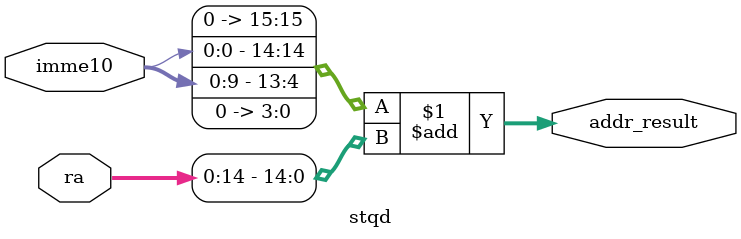
<source format=v>
module stqd(
  input [0:127] ra,
  input [0:9] imme10,

  output [0:15] addr_result
);

assign addr_result = {imme10[0], imme10[0:9], 4'b0000} + ra[0:14];

endmodule
</source>
